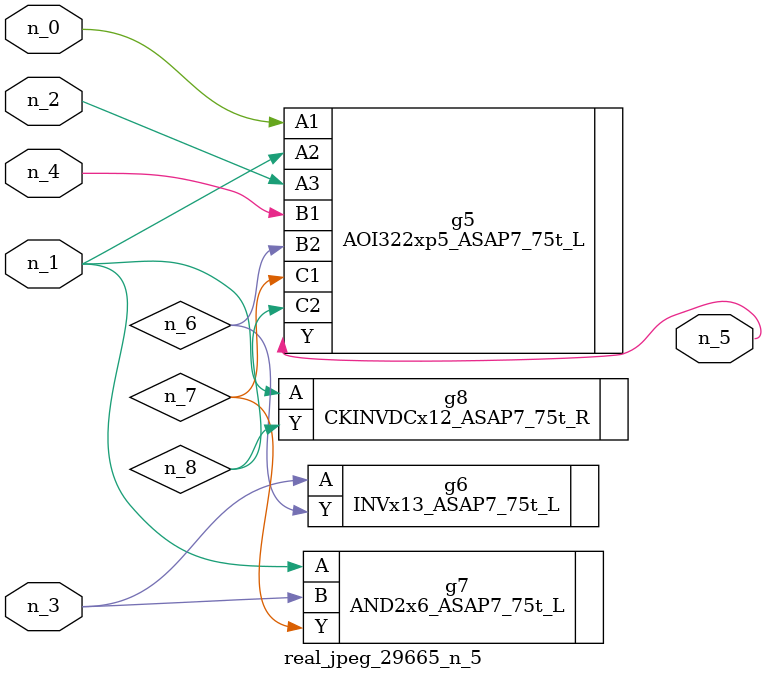
<source format=v>
module real_jpeg_29665_n_5 (n_4, n_0, n_1, n_2, n_3, n_5);

input n_4;
input n_0;
input n_1;
input n_2;
input n_3;

output n_5;

wire n_8;
wire n_6;
wire n_7;

AOI322xp5_ASAP7_75t_L g5 ( 
.A1(n_0),
.A2(n_1),
.A3(n_2),
.B1(n_4),
.B2(n_6),
.C1(n_7),
.C2(n_8),
.Y(n_5)
);

AND2x6_ASAP7_75t_L g7 ( 
.A(n_1),
.B(n_3),
.Y(n_7)
);

CKINVDCx12_ASAP7_75t_R g8 ( 
.A(n_1),
.Y(n_8)
);

INVx13_ASAP7_75t_L g6 ( 
.A(n_3),
.Y(n_6)
);


endmodule
</source>
